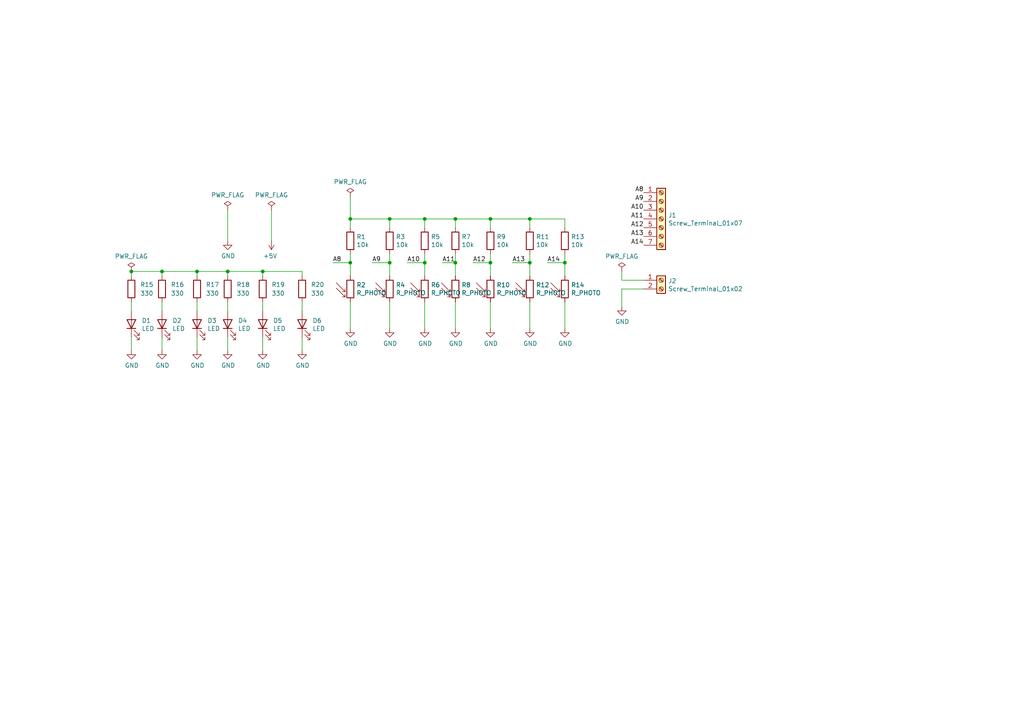
<source format=kicad_sch>
(kicad_sch (version 20211123) (generator eeschema)
  (paper "A4")
  (lib_symbols
    (symbol "Connector:Screw_Terminal_01x02" (pin_names (offset 1.016) hide)
      (property "Reference" "J" (at 0 2.54 0))
      (property "Value" "Screw_Terminal_01x02" (at 0 -5.08 0))
      (symbol "Screw_Terminal_01x02_1_1"
        (rectangle (start -1.27 1.27) (end 1.27 -3.81) (stroke (width 0.254)) (fill (type background)))
        (circle (center 0 -2.54) (radius 0.635) (stroke (width 0.1524)))
        (polyline (pts (xy -0.5334 -2.2098) (xy 0.3302 -3.048)) (stroke (width 0.1524)))
        (polyline (pts (xy -0.5334 0.3302) (xy 0.3302 -0.508)) (stroke (width 0.1524)))
        (polyline (pts (xy -0.3556 -2.032) (xy 0.508 -2.8702)) (stroke (width 0.1524)))
        (polyline (pts (xy -0.3556 0.508) (xy 0.508 -0.3302)) (stroke (width 0.1524)))
        (circle (center 0 0) (radius 0.635) (stroke (width 0.1524)))
        (pin passive line (at -5.08 0 0) (length 3.81) (name "Pin_1") (number "1"))
        (pin passive line (at -5.08 -2.54 0) (length 3.81) (name "Pin_2") (number "2"))
      )
    )
    (symbol "Connector:Screw_Terminal_01x07" (pin_names (offset 1.016) hide)
      (property "Reference" "J" (at 0 10.16 0))
      (property "Value" "Screw_Terminal_01x07" (at 0 -10.16 0))
      (symbol "Screw_Terminal_01x07_1_1"
        (rectangle (start -1.27 8.89) (end 1.27 -8.89) (stroke (width 0.254)) (fill (type background)))
        (circle (center 0 -7.62) (radius 0.635) (stroke (width 0.1524)))
        (circle (center 0 -5.08) (radius 0.635) (stroke (width 0.1524)))
        (circle (center 0 -2.54) (radius 0.635) (stroke (width 0.1524)))
        (polyline (pts (xy -0.5334 -7.2898) (xy 0.3302 -8.128)) (stroke (width 0.1524)))
        (polyline (pts (xy -0.5334 -4.7498) (xy 0.3302 -5.588)) (stroke (width 0.1524)))
        (polyline (pts (xy -0.5334 -2.2098) (xy 0.3302 -3.048)) (stroke (width 0.1524)))
        (polyline (pts (xy -0.5334 0.3302) (xy 0.3302 -0.508)) (stroke (width 0.1524)))
        (polyline (pts (xy -0.5334 2.8702) (xy 0.3302 2.032)) (stroke (width 0.1524)))
        (polyline (pts (xy -0.5334 5.4102) (xy 0.3302 4.572)) (stroke (width 0.1524)))
        (polyline (pts (xy -0.5334 7.9502) (xy 0.3302 7.112)) (stroke (width 0.1524)))
        (polyline (pts (xy -0.3556 -7.112) (xy 0.508 -7.9502)) (stroke (width 0.1524)))
        (polyline (pts (xy -0.3556 -4.572) (xy 0.508 -5.4102)) (stroke (width 0.1524)))
        (polyline (pts (xy -0.3556 -2.032) (xy 0.508 -2.8702)) (stroke (width 0.1524)))
        (polyline (pts (xy -0.3556 0.508) (xy 0.508 -0.3302)) (stroke (width 0.1524)))
        (polyline (pts (xy -0.3556 3.048) (xy 0.508 2.2098)) (stroke (width 0.1524)))
        (polyline (pts (xy -0.3556 5.588) (xy 0.508 4.7498)) (stroke (width 0.1524)))
        (polyline (pts (xy -0.3556 8.128) (xy 0.508 7.2898)) (stroke (width 0.1524)))
        (circle (center 0 0) (radius 0.635) (stroke (width 0.1524)))
        (circle (center 0 2.54) (radius 0.635) (stroke (width 0.1524)))
        (circle (center 0 5.08) (radius 0.635) (stroke (width 0.1524)))
        (circle (center 0 7.62) (radius 0.635) (stroke (width 0.1524)))
        (pin passive line (at -5.08 7.62 0) (length 3.81) (name "Pin_1") (number "1"))
        (pin passive line (at -5.08 5.08 0) (length 3.81) (name "Pin_2") (number "2"))
        (pin passive line (at -5.08 2.54 0) (length 3.81) (name "Pin_3") (number "3"))
        (pin passive line (at -5.08 0 0) (length 3.81) (name "Pin_4") (number "4"))
        (pin passive line (at -5.08 -2.54 0) (length 3.81) (name "Pin_5") (number "5"))
        (pin passive line (at -5.08 -5.08 0) (length 3.81) (name "Pin_6") (number "6"))
        (pin passive line (at -5.08 -7.62 0) (length 3.81) (name "Pin_7") (number "7"))
      )
    )
    (symbol "Device:LED" (pin_numbers hide) (pin_names (offset 1.016) hide)
      (property "Reference" "D" (at 0 2.54 0))
      (property "Value" "LED" (at 0 -2.54 0))
      (symbol "LED_0_1"
        (polyline (pts (xy -1.27 -1.27) (xy -1.27 1.27)) (stroke (width 0.254)))
        (polyline (pts (xy -1.27 0) (xy 1.27 0)))
        (polyline (pts (xy 1.27 -1.27) (xy 1.27 1.27) (xy -1.27 0) (xy 1.27 -1.27)) (stroke (width 0.254)))
        (polyline (pts (xy -3.048 -0.762) (xy -4.572 -2.286) (xy -3.81 -2.286) (xy -4.572 -2.286) (xy -4.572 -1.524)))
        (polyline (pts (xy -1.778 -0.762) (xy -3.302 -2.286) (xy -2.54 -2.286) (xy -3.302 -2.286) (xy -3.302 -1.524)))
      )
      (symbol "LED_1_1"
        (pin passive line (at -3.81 0 0) (length 2.54) (name "K") (number "1"))
        (pin passive line (at 3.81 0 180) (length 2.54) (name "A") (number "2"))
      )
    )
    (symbol "Device:R" (pin_numbers hide) (pin_names (offset 0))
      (property "Reference" "R" (at 2.032 0 90))
      (property "Value" "R" (at 0 0 90))
      (symbol "R_0_1"
        (rectangle (start -1.016 -2.54) (end 1.016 2.54) (stroke (width 0.254)))
      )
      (symbol "R_1_1"
        (pin passive line (at 0 3.81 270) (length 1.27) (name "~") (number "1"))
        (pin passive line (at 0 -3.81 90) (length 1.27) (name "~") (number "2"))
      )
    )
    (symbol "Photo_Resistor_Sensing2-rescue:R_PHOTO-Device" (pin_numbers hide) (pin_names (offset 0))
      (property "Reference" "R" (at 1.27 1.27 0))
      (property "Value" "R_PHOTO-Device" (at 1.27 0 0))
      (symbol "R_PHOTO-Device_0_1"
        (rectangle (start -1.016 2.54) (end 1.016 -2.54) (stroke (width 0.254)))
        (polyline (pts (xy -1.524 -2.286) (xy -4.064 0.254)))
        (polyline (pts (xy -1.524 -2.286) (xy -2.286 -2.286)))
        (polyline (pts (xy -1.524 -2.286) (xy -1.524 -1.524)))
        (polyline (pts (xy -1.524 -0.762) (xy -4.064 1.778)))
        (polyline (pts (xy -1.524 -0.762) (xy -2.286 -0.762)))
        (polyline (pts (xy -1.524 -0.762) (xy -1.524 0)))
      )
      (symbol "R_PHOTO-Device_1_1"
        (pin passive line (at 0 3.81 270) (length 1.27) (name "~") (number "1"))
        (pin passive line (at 0 -3.81 90) (length 1.27) (name "~") (number "2"))
      )
    )
    (symbol "power:+5V" (power) (pin_names (offset 0))
      (property "Value" "+5V" (at 0 3.556 0))
      (symbol "+5V_0_1"
        (polyline (pts (xy -0.762 1.27) (xy 0 2.54)))
        (polyline (pts (xy 0 0) (xy 0 2.54)))
        (polyline (pts (xy 0 2.54) (xy 0.762 1.27)))
      )
      (symbol "+5V_1_1"
        (pin power_in line (at 0 0 90) (length 0) hide (name "+5V") (number "1"))
      )
    )
    (symbol "power:GND" (power) (pin_names (offset 0))
      (property "Value" "GND" (at 0 -3.81 0))
      (symbol "GND_0_1"
        (polyline (pts (xy 0 0) (xy 0 -1.27) (xy 1.27 -1.27) (xy 0 -2.54) (xy -1.27 -1.27) (xy 0 -1.27)))
      )
      (symbol "GND_1_1"
        (pin power_in line (at 0 0 270) (length 0) hide (name "GND") (number "1"))
      )
    )
    (symbol "power:PWR_FLAG" (power) (pin_numbers hide) (pin_names (offset 0) hide)
      (property "Value" "PWR_FLAG" (at 0 3.81 0))
      (symbol "PWR_FLAG_0_0"
        (pin power_out line (at 0 0 90) (length 0) (name "pwr") (number "1"))
      )
      (symbol "PWR_FLAG_0_1"
        (polyline (pts (xy 0 0) (xy 0 1.27) (xy -1.016 1.905) (xy 0 2.54) (xy 1.016 1.905) (xy 0 1.27)))
      )
    )
  )
  (junction (at 46.99 78.74))
  (junction (at 163.83 76.2))
  (junction (at 132.08 76.2))
  (junction (at 38.1 78.74))
  (junction (at 101.6 76.2))
  (junction (at 57.15 78.74))
  (junction (at 142.24 76.2))
  (junction (at 142.24 63.5))
  (junction (at 123.19 76.2))
  (junction (at 101.6 63.5))
  (junction (at 123.19 63.5))
  (junction (at 153.67 76.2))
  (junction (at 113.03 76.2))
  (junction (at 153.67 63.5))
  (junction (at 66.04 78.74))
  (junction (at 76.2 78.74))
  (junction (at 132.08 63.5))
  (junction (at 113.03 63.5))
  (wire (pts (xy 113.03 76.2) (xy 113.03 80.01)))
  (wire (pts (xy 57.15 87.63) (xy 57.15 90.17)))
  (wire (pts (xy 123.19 66.04) (xy 123.19 63.5)))
  (wire (pts (xy 153.67 76.2) (xy 153.67 80.01)))
  (wire (pts (xy 123.19 76.2) (xy 123.19 80.01)))
  (wire (pts (xy 123.19 73.66) (xy 123.19 76.2)))
  (wire (pts (xy 163.83 87.63) (xy 163.83 95.25)))
  (wire (pts (xy 57.15 78.74) (xy 57.15 80.01)))
  (wire (pts (xy 180.34 81.28) (xy 186.69 81.28)))
  (wire (pts (xy 132.08 76.2) (xy 128.27 76.2)))
  (wire (pts (xy 163.83 63.5) (xy 153.67 63.5)))
  (wire (pts (xy 132.08 76.2) (xy 132.08 80.01)))
  (wire (pts (xy 101.6 73.66) (xy 101.6 76.2)))
  (wire (pts (xy 153.67 66.04) (xy 153.67 63.5)))
  (wire (pts (xy 153.67 76.2) (xy 148.59 76.2)))
  (wire (pts (xy 132.08 63.5) (xy 123.19 63.5)))
  (wire (pts (xy 142.24 73.66) (xy 142.24 76.2)))
  (wire (pts (xy 142.24 63.5) (xy 132.08 63.5)))
  (wire (pts (xy 123.19 63.5) (xy 113.03 63.5)))
  (wire (pts (xy 78.74 60.96) (xy 78.74 69.85)))
  (wire (pts (xy 87.63 80.01) (xy 87.63 78.74)))
  (wire (pts (xy 153.67 87.63) (xy 153.67 95.25)))
  (wire (pts (xy 132.08 87.63) (xy 132.08 95.25)))
  (wire (pts (xy 101.6 57.15) (xy 101.6 63.5)))
  (wire (pts (xy 46.99 78.74) (xy 46.99 80.01)))
  (wire (pts (xy 66.04 87.63) (xy 66.04 90.17)))
  (wire (pts (xy 46.99 87.63) (xy 46.99 90.17)))
  (wire (pts (xy 101.6 63.5) (xy 101.6 66.04)))
  (wire (pts (xy 87.63 78.74) (xy 76.2 78.74)))
  (wire (pts (xy 163.83 66.04) (xy 163.83 63.5)))
  (wire (pts (xy 38.1 87.63) (xy 38.1 90.17)))
  (wire (pts (xy 142.24 76.2) (xy 137.16 76.2)))
  (wire (pts (xy 163.83 76.2) (xy 158.75 76.2)))
  (wire (pts (xy 101.6 76.2) (xy 96.52 76.2)))
  (wire (pts (xy 87.63 87.63) (xy 87.63 90.17)))
  (wire (pts (xy 87.63 97.79) (xy 87.63 101.6)))
  (wire (pts (xy 142.24 76.2) (xy 142.24 80.01)))
  (wire (pts (xy 113.03 76.2) (xy 107.95 76.2)))
  (wire (pts (xy 163.83 76.2) (xy 163.83 80.01)))
  (wire (pts (xy 101.6 87.63) (xy 101.6 95.25)))
  (wire (pts (xy 46.99 78.74) (xy 57.15 78.74)))
  (wire (pts (xy 132.08 73.66) (xy 132.08 76.2)))
  (wire (pts (xy 163.83 73.66) (xy 163.83 76.2)))
  (wire (pts (xy 123.19 87.63) (xy 123.19 95.25)))
  (wire (pts (xy 76.2 97.79) (xy 76.2 101.6)))
  (wire (pts (xy 66.04 97.79) (xy 66.04 101.6)))
  (wire (pts (xy 113.03 73.66) (xy 113.03 76.2)))
  (wire (pts (xy 76.2 87.63) (xy 76.2 90.17)))
  (wire (pts (xy 66.04 78.74) (xy 66.04 80.01)))
  (wire (pts (xy 153.67 73.66) (xy 153.67 76.2)))
  (wire (pts (xy 186.69 83.82) (xy 180.34 83.82)))
  (wire (pts (xy 38.1 78.74) (xy 46.99 78.74)))
  (wire (pts (xy 66.04 60.96) (xy 66.04 69.85)))
  (wire (pts (xy 142.24 87.63) (xy 142.24 95.25)))
  (wire (pts (xy 113.03 87.63) (xy 113.03 95.25)))
  (wire (pts (xy 132.08 66.04) (xy 132.08 63.5)))
  (wire (pts (xy 123.19 76.2) (xy 118.11 76.2)))
  (wire (pts (xy 38.1 78.74) (xy 38.1 80.01)))
  (wire (pts (xy 38.1 97.79) (xy 38.1 101.6)))
  (wire (pts (xy 57.15 97.79) (xy 57.15 101.6)))
  (wire (pts (xy 66.04 78.74) (xy 76.2 78.74)))
  (wire (pts (xy 180.34 78.74) (xy 180.34 81.28)))
  (wire (pts (xy 57.15 78.74) (xy 66.04 78.74)))
  (wire (pts (xy 76.2 78.74) (xy 76.2 80.01)))
  (wire (pts (xy 101.6 76.2) (xy 101.6 80.01)))
  (wire (pts (xy 113.03 63.5) (xy 101.6 63.5)))
  (wire (pts (xy 142.24 66.04) (xy 142.24 63.5)))
  (wire (pts (xy 46.99 97.79) (xy 46.99 101.6)))
  (wire (pts (xy 113.03 66.04) (xy 113.03 63.5)))
  (wire (pts (xy 153.67 63.5) (xy 142.24 63.5)))
  (wire (pts (xy 180.34 83.82) (xy 180.34 88.9)))
  (label "A13" (at 186.69 68.58 180))
  (label "A14" (at 186.69 71.12 180))
  (label "A14" (at 158.75 76.2 0))
  (label "A9" (at 186.69 58.42 180))
  (label "A11" (at 186.69 63.5 180))
  (label "A11" (at 128.27 76.2 0))
  (label "A8" (at 96.52 76.2 0))
  (label "A10" (at 186.69 60.96 180))
  (label "A12" (at 137.16 76.2 0))
  (label "A13" (at 148.59 76.2 0))
  (label "A8" (at 186.69 55.88 180))
  (label "A10" (at 118.11 76.2 0))
  (label "A12" (at 186.69 66.04 180))
  (label "A9" (at 107.95 76.2 0))
  (symbol (lib_id "power:GND") (at 66.04 69.85 0) (unit 1)
    (property "Reference" "#PWR04" (effects hide))
    (property "Value" "GND" (at 66.167 74.2442 0))
  )
  (symbol (lib_id "power:PWR_FLAG") (at 66.04 60.96 0) (unit 1)
    (property "Reference" "#FLG02" (effects hide))
    (property "Value" "PWR_FLAG" (at 66.04 56.5658 0))
  )
  (symbol (lib_id "power:+5V") (at 78.74 69.85 180) (unit 1)
    (property "Reference" "#PWR06" (effects hide))
    (property "Value" "+5V" (at 78.359 74.2442 0))
  )
  (symbol (lib_id "power:PWR_FLAG") (at 78.74 60.96 0) (unit 1)
    (property "Reference" "#FLG03" (effects hide))
    (property "Value" "PWR_FLAG" (at 78.74 56.5658 0))
  )
  (symbol (lib_id "Device:R") (at 101.6 69.85 0) (unit 1)
    (property "Reference" "R1" (at 103.378 68.6816 0) (effects (justify left)))
    (property "Value" "10k" (at 103.378 70.993 0) (effects (justify left)))
    (property "Footprint" "Resistor_THT:R_Axial_DIN0207_L6.3mm_D2.5mm_P10.16mm_Horizontal" (effects hide))
  )
  (symbol (lib_id "Device:R") (at 113.03 69.85 0) (unit 1)
    (property "Reference" "R3" (at 114.808 68.6816 0) (effects (justify left)))
    (property "Value" "10k" (at 114.808 70.993 0) (effects (justify left)))
    (property "Footprint" "Resistor_THT:R_Axial_DIN0207_L6.3mm_D2.5mm_P10.16mm_Horizontal" (effects hide))
  )
  (symbol (lib_id "Device:R") (at 123.19 69.85 0) (unit 1)
    (property "Reference" "R5" (at 124.968 68.6816 0) (effects (justify left)))
    (property "Value" "10k" (at 124.968 70.993 0) (effects (justify left)))
    (property "Footprint" "Resistor_THT:R_Axial_DIN0207_L6.3mm_D2.5mm_P10.16mm_Horizontal" (effects hide))
  )
  (symbol (lib_id "Device:R") (at 132.08 69.85 0) (unit 1)
    (property "Reference" "R7" (at 133.858 68.6816 0) (effects (justify left)))
    (property "Value" "10k" (at 133.858 70.993 0) (effects (justify left)))
    (property "Footprint" "Resistor_THT:R_Axial_DIN0207_L6.3mm_D2.5mm_P10.16mm_Horizontal" (effects hide))
  )
  (symbol (lib_id "Device:R") (at 142.24 69.85 0) (unit 1)
    (property "Reference" "R9" (at 144.018 68.6816 0) (effects (justify left)))
    (property "Value" "10k" (at 144.018 70.993 0) (effects (justify left)))
    (property "Footprint" "Resistor_THT:R_Axial_DIN0207_L6.3mm_D2.5mm_P10.16mm_Horizontal" (effects hide))
  )
  (symbol (lib_id "Device:R") (at 153.67 69.85 0) (unit 1)
    (property "Reference" "R11" (at 155.448 68.6816 0) (effects (justify left)))
    (property "Value" "10k" (at 155.448 70.993 0) (effects (justify left)))
    (property "Footprint" "Resistor_THT:R_Axial_DIN0207_L6.3mm_D2.5mm_P10.16mm_Horizontal" (effects hide))
  )
  (symbol (lib_id "Device:R") (at 163.83 69.85 0) (unit 1)
    (property "Reference" "R13" (at 165.608 68.6816 0) (effects (justify left)))
    (property "Value" "10k" (at 165.608 70.993 0) (effects (justify left)))
    (property "Footprint" "Resistor_THT:R_Axial_DIN0207_L6.3mm_D2.5mm_P10.16mm_Horizontal" (effects hide))
  )
  (symbol (lib_id "power:PWR_FLAG") (at 101.6 57.15 0) (unit 1)
    (property "Reference" "#FLG04" (effects hide))
    (property "Value" "PWR_FLAG" (at 101.6 52.7558 0))
  )
  (symbol (lib_id "Photo_Resistor_Sensing2-rescue:R_PHOTO-Device") (at 101.6 83.82 0) (unit 1)
    (property "Reference" "R2" (at 103.378 82.6516 0) (effects (justify left)))
    (property "Value" "R_PHOTO" (at 103.378 84.963 0) (effects (justify left)))
    (property "Footprint" "Resistor_THT:R_Axial_DIN0204_L3.6mm_D1.6mm_P5.08mm_Horizontal" (effects hide))
  )
  (symbol (lib_id "Photo_Resistor_Sensing2-rescue:R_PHOTO-Device") (at 113.03 83.82 0) (unit 1)
    (property "Reference" "R4" (at 114.808 82.6516 0) (effects (justify left)))
    (property "Value" "R_PHOTO" (at 114.808 84.963 0) (effects (justify left)))
    (property "Footprint" "Resistor_THT:R_Axial_DIN0204_L3.6mm_D1.6mm_P5.08mm_Horizontal" (effects hide))
  )
  (symbol (lib_id "Photo_Resistor_Sensing2-rescue:R_PHOTO-Device") (at 123.19 83.82 0) (unit 1)
    (property "Reference" "R6" (at 124.968 82.6516 0) (effects (justify left)))
    (property "Value" "R_PHOTO" (at 124.968 84.963 0) (effects (justify left)))
    (property "Footprint" "Resistor_THT:R_Axial_DIN0204_L3.6mm_D1.6mm_P5.08mm_Horizontal" (effects hide))
  )
  (symbol (lib_id "Photo_Resistor_Sensing2-rescue:R_PHOTO-Device") (at 132.08 83.82 0) (unit 1)
    (property "Reference" "R8" (at 133.858 82.6516 0) (effects (justify left)))
    (property "Value" "R_PHOTO" (at 133.858 84.963 0) (effects (justify left)))
    (property "Footprint" "Resistor_THT:R_Axial_DIN0204_L3.6mm_D1.6mm_P5.08mm_Horizontal" (effects hide))
  )
  (symbol (lib_id "Photo_Resistor_Sensing2-rescue:R_PHOTO-Device") (at 142.24 83.82 0) (unit 1)
    (property "Reference" "R10" (at 144.018 82.6516 0) (effects (justify left)))
    (property "Value" "R_PHOTO" (at 144.018 84.963 0) (effects (justify left)))
    (property "Footprint" "Resistor_THT:R_Axial_DIN0204_L3.6mm_D1.6mm_P5.08mm_Horizontal" (effects hide))
  )
  (symbol (lib_id "Photo_Resistor_Sensing2-rescue:R_PHOTO-Device") (at 153.67 83.82 0) (unit 1)
    (property "Reference" "R12" (at 155.448 82.6516 0) (effects (justify left)))
    (property "Value" "R_PHOTO" (at 155.448 84.963 0) (effects (justify left)))
    (property "Footprint" "Resistor_THT:R_Axial_DIN0204_L3.6mm_D1.6mm_P5.08mm_Horizontal" (effects hide))
  )
  (symbol (lib_id "Photo_Resistor_Sensing2-rescue:R_PHOTO-Device") (at 163.83 83.82 0) (unit 1)
    (property "Reference" "R14" (at 165.608 82.6516 0) (effects (justify left)))
    (property "Value" "R_PHOTO" (at 165.608 84.963 0) (effects (justify left)))
    (property "Footprint" "Resistor_THT:R_Axial_DIN0204_L3.6mm_D1.6mm_P5.08mm_Horizontal" (effects hide))
  )
  (symbol (lib_id "power:GND") (at 101.6 95.25 0) (unit 1)
    (property "Reference" "#PWR07" (effects hide))
    (property "Value" "GND" (at 101.727 99.6442 0))
  )
  (symbol (lib_id "power:GND") (at 113.03 95.25 0) (unit 1)
    (property "Reference" "#PWR08" (effects hide))
    (property "Value" "GND" (at 113.157 99.6442 0))
  )
  (symbol (lib_id "power:GND") (at 123.19 95.25 0) (unit 1)
    (property "Reference" "#PWR09" (effects hide))
    (property "Value" "GND" (at 123.317 99.6442 0))
  )
  (symbol (lib_id "power:GND") (at 132.08 95.25 0) (unit 1)
    (property "Reference" "#PWR010" (effects hide))
    (property "Value" "GND" (at 132.207 99.6442 0))
  )
  (symbol (lib_id "power:GND") (at 142.24 95.25 0) (unit 1)
    (property "Reference" "#PWR011" (effects hide))
    (property "Value" "GND" (at 142.367 99.6442 0))
  )
  (symbol (lib_id "power:GND") (at 153.67 95.25 0) (unit 1)
    (property "Reference" "#PWR012" (effects hide))
    (property "Value" "GND" (at 153.797 99.6442 0))
  )
  (symbol (lib_id "power:GND") (at 163.83 95.25 0) (unit 1)
    (property "Reference" "#PWR013" (effects hide))
    (property "Value" "GND" (at 163.957 99.6442 0))
  )
  (symbol (lib_id "power:PWR_FLAG") (at 38.1 78.74 0) (unit 1)
    (property "Reference" "#FLG01" (effects hide))
    (property "Value" "PWR_FLAG" (at 38.1 74.3458 0))
  )
  (symbol (lib_id "Device:LED") (at 38.1 93.98 90) (unit 1)
    (property "Reference" "D1" (at 41.0972 92.9894 90) (effects (justify right)))
    (property "Value" "LED" (at 41.0972 95.3008 90) (effects (justify right)))
    (property "Footprint" "LED_THT:LED_D5.0mm" (effects hide))
  )
  (symbol (lib_id "Device:LED") (at 46.99 93.98 90) (unit 1)
    (property "Reference" "D2" (at 49.9872 92.9894 90) (effects (justify right)))
    (property "Value" "LED" (at 49.9872 95.3008 90) (effects (justify right)))
    (property "Footprint" "LED_THT:LED_D5.0mm" (effects hide))
  )
  (symbol (lib_id "Device:LED") (at 57.15 93.98 90) (unit 1)
    (property "Reference" "D3" (at 60.1472 92.9894 90) (effects (justify right)))
    (property "Value" "LED" (at 60.1472 95.3008 90) (effects (justify right)))
    (property "Footprint" "LED_THT:LED_D5.0mm" (effects hide))
  )
  (symbol (lib_id "Device:LED") (at 66.04 93.98 90) (unit 1)
    (property "Reference" "D4" (at 69.0372 92.9894 90) (effects (justify right)))
    (property "Value" "LED" (at 69.0372 95.3008 90) (effects (justify right)))
    (property "Footprint" "LED_THT:LED_D5.0mm" (effects hide))
  )
  (symbol (lib_id "power:GND") (at 38.1 101.6 0) (unit 1)
    (property "Reference" "#PWR01" (effects hide))
    (property "Value" "GND" (at 38.227 105.9942 0))
  )
  (symbol (lib_id "power:GND") (at 46.99 101.6 0) (unit 1)
    (property "Reference" "#PWR02" (effects hide))
    (property "Value" "GND" (at 47.117 105.9942 0))
  )
  (symbol (lib_id "power:GND") (at 57.15 101.6 0) (unit 1)
    (property "Reference" "#PWR03" (effects hide))
    (property "Value" "GND" (at 57.277 105.9942 0))
  )
  (symbol (lib_id "power:GND") (at 66.04 101.6 0) (unit 1)
    (property "Reference" "#PWR05" (effects hide))
    (property "Value" "GND" (at 66.167 105.9942 0))
  )
  (symbol (lib_id "Connector:Screw_Terminal_01x07") (at 191.77 63.5 0) (unit 1)
    (property "Reference" "J1" (at 193.802 62.4332 0) (effects (justify left)))
    (property "Value" "Screw_Terminal_01x07" (at 193.802 64.7446 0) (effects (justify left)))
    (property "Footprint" "TerminalBlock_Phoenix:TerminalBlock_Phoenix_PT-1,5-7-3.5-H_1x07_P3.50mm_Horizontal" (effects hide))
  )
  (symbol (lib_id "Connector:Screw_Terminal_01x02") (at 191.77 81.28 0) (unit 1)
    (property "Reference" "J2" (at 193.802 81.4832 0) (effects (justify left)))
    (property "Value" "Screw_Terminal_01x02" (at 193.802 83.7946 0) (effects (justify left)))
    (property "Footprint" "TerminalBlock_Phoenix:TerminalBlock_Phoenix_PT-1,5-2-3.5-H_1x02_P3.50mm_Horizontal" (effects hide))
  )
  (symbol (lib_id "power:PWR_FLAG") (at 180.34 78.74 0) (unit 1)
    (property "Reference" "#FLG05" (effects hide))
    (property "Value" "PWR_FLAG" (at 180.34 74.3458 0))
  )
  (symbol (lib_id "power:GND") (at 180.34 88.9 0) (unit 1)
    (property "Reference" "#PWR014" (effects hide))
    (property "Value" "GND" (at 180.467 93.2942 0))
  )
  (symbol (lib_id "Device:LED") (at 87.63 93.98 90) (unit 1)
    (property "Reference" "D6" (at 90.6272 92.9894 90) (effects (justify right)))
    (property "Value" "LED" (at 90.6272 95.3008 90) (effects (justify right)))
    (property "Footprint" "LED_THT:LED_D5.0mm" (effects hide))
  )
  (symbol (lib_id "Device:R") (at 57.15 83.82 0) (unit 1)
    (property "Reference" "R17" (at 59.69 82.5499 0) (effects (justify left)))
    (property "Value" "330" (at 59.69 85.0899 0) (effects (justify left)))
    (property "Footprint" "Resistor_THT:R_Axial_DIN0207_L6.3mm_D2.5mm_P10.16mm_Horizontal" (effects hide))
  )
  (symbol (lib_id "Device:R") (at 66.04 83.82 0) (unit 1)
    (property "Reference" "R18" (at 68.58 82.5499 0) (effects (justify left)))
    (property "Value" "330" (at 68.58 85.0899 0) (effects (justify left)))
    (property "Footprint" "Resistor_THT:R_Axial_DIN0207_L6.3mm_D2.5mm_P10.16mm_Horizontal" (effects hide))
  )
  (symbol (lib_id "power:GND") (at 76.2 101.6 0) (unit 1)
    (property "Reference" "#PWR015" (effects hide))
    (property "Value" "GND" (at 76.327 105.9942 0))
  )
  (symbol (lib_id "Device:LED") (at 76.2 93.98 90) (unit 1)
    (property "Reference" "D5" (at 79.1972 92.9894 90) (effects (justify right)))
    (property "Value" "LED" (at 79.1972 95.3008 90) (effects (justify right)))
    (property "Footprint" "LED_THT:LED_D5.0mm" (effects hide))
  )
  (symbol (lib_id "Device:R") (at 46.99 83.82 0) (unit 1)
    (property "Reference" "R16" (at 49.53 82.5499 0) (effects (justify left)))
    (property "Value" "330" (at 49.53 85.0899 0) (effects (justify left)))
    (property "Footprint" "Resistor_THT:R_Axial_DIN0207_L6.3mm_D2.5mm_P10.16mm_Horizontal" (effects hide))
  )
  (symbol (lib_id "Device:R") (at 38.1 83.82 0) (unit 1)
    (property "Reference" "R15" (at 40.64 82.5499 0) (effects (justify left)))
    (property "Value" "330" (at 40.64 85.0899 0) (effects (justify left)))
    (property "Footprint" "Resistor_THT:R_Axial_DIN0207_L6.3mm_D2.5mm_P10.16mm_Horizontal" (effects hide))
  )
  (symbol (lib_id "Device:R") (at 87.63 83.82 0) (unit 1)
    (property "Reference" "R20" (at 90.17 82.5499 0) (effects (justify left)))
    (property "Value" "330" (at 90.17 85.0899 0) (effects (justify left)))
    (property "Footprint" "Resistor_THT:R_Axial_DIN0207_L6.3mm_D2.5mm_P10.16mm_Horizontal" (effects hide))
  )
  (symbol (lib_id "Device:R") (at 76.2 83.82 0) (unit 1)
    (property "Reference" "R19" (at 78.74 82.5499 0) (effects (justify left)))
    (property "Value" "330" (at 78.74 85.0899 0) (effects (justify left)))
    (property "Footprint" "Resistor_THT:R_Axial_DIN0207_L6.3mm_D2.5mm_P10.16mm_Horizontal" (effects hide))
  )
  (symbol (lib_id "power:GND") (at 87.63 101.6 0) (unit 1)
    (property "Reference" "#PWR016" (effects hide))
    (property "Value" "GND" (at 87.757 105.9942 0))
  )
)
</source>
